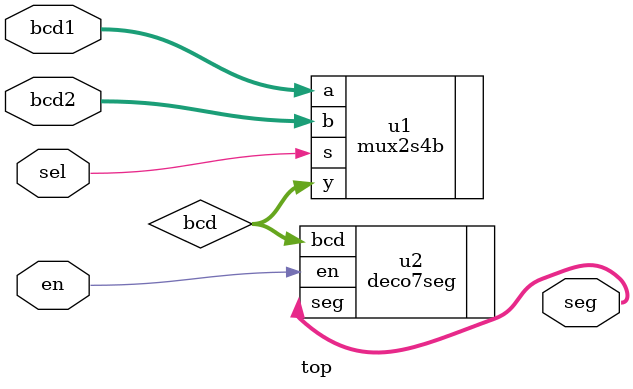
<source format=v>
module top(bcd1,bcd2,sel,en,seg);
input [3:0] bcd1, bcd2; //Entradas bcd
input sel; //Entrada de seleccion 
input en;  //Entrada de habilitacion
output [6:0] seg;  //Salida a los segmentos
wire [3:0] bcd; //4-bit salida del multiplexor
mux2s4b u1(.s(sel),.a(bcd1),.b(bcd2),.y(bcd)); //Instancia 1
deco7seg u2(.en(en),.bcd(bcd),.seg(seg)); //Instancia 2
endmodule
</source>
